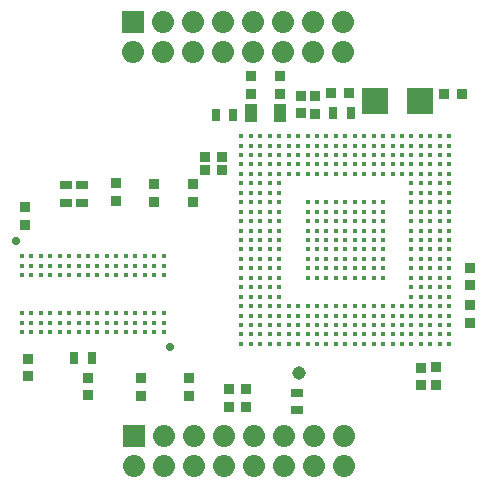
<source format=gbr>
G04 #@! TF.FileFunction,Soldermask,Top*
%FSLAX46Y46*%
G04 Gerber Fmt 4.6, Leading zero omitted, Abs format (unit mm)*
G04 Created by KiCad (PCBNEW 4.0.0-rc1-stable) date Sun 22 Nov 2015 09:54:25 PM ICT*
%MOMM*%
G01*
G04 APERTURE LIST*
%ADD10C,0.100000*%
%ADD11R,1.867200X1.867200*%
%ADD12O,1.867200X1.867200*%
%ADD13R,0.890000X0.940000*%
%ADD14R,1.040000X0.640000*%
%ADD15R,0.640000X1.040000*%
%ADD16R,2.240580X2.240580*%
%ADD17R,1.140000X1.640000*%
%ADD18R,0.940000X0.890000*%
%ADD19C,1.140000*%
%ADD20C,0.440000*%
%ADD21C,0.739440*%
%ADD22O,0.440000X0.440000*%
G04 APERTURE END LIST*
D10*
D11*
X95821500Y-157670000D03*
D12*
X95821500Y-160210000D03*
X98361500Y-157670000D03*
X98361500Y-160210000D03*
X100901500Y-157670000D03*
X100901500Y-160210000D03*
X103441500Y-157670000D03*
X103441500Y-160210000D03*
X105981500Y-157670000D03*
X105981500Y-160210000D03*
X108521500Y-157670000D03*
X108521500Y-160210000D03*
X111061500Y-157670000D03*
X111061500Y-160210000D03*
X113601500Y-157670000D03*
X113601500Y-160210000D03*
D13*
X96418400Y-152717000D03*
X96418400Y-154217000D03*
D14*
X90119200Y-136385000D03*
X90119200Y-137885000D03*
X91440000Y-137885000D03*
X91440000Y-136385000D03*
D15*
X90817000Y-151003000D03*
X92317000Y-151003000D03*
D11*
X95758000Y-122618000D03*
D12*
X95758000Y-125158000D03*
X98298000Y-122618000D03*
X98298000Y-125158000D03*
X100838000Y-122618000D03*
X100838000Y-125158000D03*
X103378000Y-122618000D03*
X103378000Y-125158000D03*
X105918000Y-122618000D03*
X105918000Y-125158000D03*
X108458000Y-122618000D03*
X108458000Y-125158000D03*
X110998000Y-122618000D03*
X110998000Y-125158000D03*
X113538000Y-122618000D03*
X113538000Y-125158000D03*
D16*
X116269000Y-129286000D03*
X120079000Y-129286000D03*
D17*
X108228000Y-130302000D03*
X105728000Y-130302000D03*
D13*
X105728000Y-128702000D03*
X105728000Y-127202000D03*
X108204000Y-128702000D03*
X108204000Y-127202000D03*
D14*
X109639000Y-153961000D03*
X109639000Y-155461000D03*
D15*
X112724000Y-130302000D03*
X114224000Y-130302000D03*
X102767000Y-130429000D03*
X104267000Y-130429000D03*
D13*
X100889000Y-137808000D03*
X100889000Y-136308000D03*
X94373700Y-137758000D03*
X94373700Y-136258000D03*
X86614000Y-139790000D03*
X86614000Y-138290000D03*
X86868000Y-151091000D03*
X86868000Y-152591000D03*
X100482000Y-152717000D03*
X100482000Y-154217000D03*
X91998800Y-152704000D03*
X91998800Y-154204000D03*
X124282000Y-143382000D03*
X124282000Y-144882000D03*
X120129000Y-151866000D03*
X120129000Y-153366000D03*
X121450000Y-151840000D03*
X121450000Y-153340000D03*
X124308000Y-146570000D03*
X124308000Y-148070000D03*
D18*
X122097000Y-128651000D03*
X123597000Y-128651000D03*
X114021000Y-128600000D03*
X112521000Y-128600000D03*
D13*
X111214000Y-130354000D03*
X111214000Y-128854000D03*
X109969000Y-130328000D03*
X109969000Y-128828000D03*
D18*
X103341000Y-133998000D03*
X101841000Y-133998000D03*
X103341000Y-135141000D03*
X101841000Y-135141000D03*
D13*
X97548700Y-137846000D03*
X97548700Y-136346000D03*
X105308400Y-153656600D03*
X105308400Y-155156600D03*
X103886000Y-153656600D03*
X103886000Y-155156600D03*
D19*
X109829600Y-152298400D03*
D20*
X98361500Y-142443480D03*
X98361500Y-143243580D03*
X98361500Y-144043680D03*
X98361500Y-147239000D03*
X98361500Y-148039100D03*
X98361500Y-148839200D03*
X97561400Y-142443480D03*
X97561400Y-143243580D03*
X97561400Y-144043680D03*
X97561400Y-147239000D03*
X97561400Y-148039100D03*
X97561400Y-148839200D03*
X96761300Y-142443480D03*
X96761300Y-143243580D03*
X96761300Y-144043680D03*
X96761300Y-147239000D03*
X96761300Y-148039100D03*
X96761300Y-148839200D03*
X95961200Y-142443480D03*
X95961200Y-143243580D03*
X95961200Y-144043680D03*
X95961200Y-147239000D03*
X95961200Y-148039100D03*
X95961200Y-148839200D03*
X95161100Y-142443480D03*
X95161100Y-143243580D03*
X95161100Y-144043680D03*
X95161100Y-147239000D03*
X95161100Y-148039100D03*
X95161100Y-148839200D03*
X94361000Y-142443480D03*
X94361000Y-143243580D03*
X94361000Y-144043680D03*
X94361000Y-147239000D03*
X94361000Y-148039100D03*
X94361000Y-148839200D03*
D21*
X85862160Y-141143000D03*
X98861880Y-150139680D03*
D20*
X93560900Y-142443480D03*
X93560900Y-143243580D03*
X93560900Y-144043680D03*
X93560900Y-147239000D03*
X93560900Y-148039100D03*
X93560900Y-148839200D03*
X92760800Y-142443480D03*
X92760800Y-143243580D03*
X92760800Y-144043680D03*
X92760800Y-147239000D03*
X92760800Y-148039100D03*
X92760800Y-148839200D03*
X91963240Y-142443480D03*
X91963240Y-143243580D03*
X91963240Y-144043680D03*
X91963240Y-147239000D03*
X91963240Y-148039100D03*
X91963240Y-148839200D03*
X91163140Y-142443480D03*
X91163140Y-143243580D03*
X91163140Y-144043680D03*
X91163140Y-147239000D03*
X91163140Y-148039100D03*
X91163140Y-148839200D03*
X90363040Y-142443480D03*
X90363040Y-143243580D03*
X90363040Y-144043680D03*
X90363040Y-147239000D03*
X90363040Y-148039100D03*
X90363040Y-148839200D03*
X89562940Y-142443480D03*
X89562940Y-143243580D03*
X89562940Y-144043680D03*
X89562940Y-147239000D03*
X89562940Y-148039100D03*
X89562940Y-148839200D03*
X88762840Y-142443480D03*
X88762840Y-143243580D03*
X88762840Y-144043680D03*
X88762840Y-147239000D03*
X88762840Y-148039100D03*
X88762840Y-148839200D03*
X87962740Y-142443480D03*
X87962740Y-143243580D03*
X87962740Y-144043680D03*
X87962740Y-147239000D03*
X87962740Y-148039100D03*
X87962740Y-148839200D03*
X87162640Y-142443480D03*
X87162640Y-143243580D03*
X87162640Y-144043680D03*
X87162640Y-147239000D03*
X87162640Y-148039100D03*
X87162640Y-148839200D03*
X86362540Y-142443480D03*
X86362540Y-143243580D03*
X86362540Y-144043680D03*
X86362540Y-147239000D03*
X86362540Y-148039100D03*
X86362540Y-148839200D03*
D22*
X104945440Y-132250440D03*
X105745540Y-132250440D03*
X106545640Y-132250440D03*
X107345740Y-132250440D03*
X108145840Y-132250440D03*
X108945940Y-132250440D03*
X109746040Y-132250440D03*
X110546140Y-132250440D03*
X111346240Y-132250440D03*
X112146340Y-132250440D03*
X112946440Y-132250440D03*
X113744000Y-132250440D03*
X114541560Y-132250440D03*
X115341660Y-132250440D03*
X116141760Y-132250440D03*
X116941860Y-132250440D03*
X117741960Y-132250440D03*
X118542060Y-132250440D03*
X119342160Y-132250440D03*
X120142260Y-132250440D03*
X120942360Y-132250440D03*
X121742460Y-132250440D03*
X122542560Y-132250440D03*
X104945440Y-133050540D03*
X105745540Y-133050540D03*
X106545640Y-133050540D03*
X107345740Y-133050540D03*
X108145840Y-133050540D03*
X108945940Y-133050540D03*
X109746040Y-133050540D03*
X110546140Y-133050540D03*
X111346240Y-133050540D03*
X112146340Y-133050540D03*
X112946440Y-133050540D03*
X113744000Y-133050540D03*
X114541560Y-133050540D03*
X115341660Y-133050540D03*
X116141760Y-133050540D03*
X116941860Y-133050540D03*
X117741960Y-133050540D03*
X118542060Y-133050540D03*
X119342160Y-133050540D03*
X120142260Y-133050540D03*
X120942360Y-133050540D03*
X121742460Y-133050540D03*
X122542560Y-133050540D03*
X104945440Y-133850640D03*
X105745540Y-133850640D03*
X106545640Y-133850640D03*
X107345740Y-133850640D03*
X108145840Y-133850640D03*
X108945940Y-133850640D03*
X109746040Y-133850640D03*
X110546140Y-133850640D03*
X111346240Y-133850640D03*
X112146340Y-133850640D03*
X112946440Y-133850640D03*
X113744000Y-133850640D03*
X114541560Y-133850640D03*
X115341660Y-133850640D03*
X116141760Y-133850640D03*
X116941860Y-133850640D03*
X117741960Y-133850640D03*
X118542060Y-133850640D03*
X119342160Y-133850640D03*
X120142260Y-133850640D03*
X120942360Y-133850640D03*
X121742460Y-133850640D03*
X122542560Y-133850640D03*
X104945440Y-134650740D03*
X105745540Y-134650740D03*
X106545640Y-134650740D03*
X107345740Y-134650740D03*
X108145840Y-134650740D03*
X108945940Y-134650740D03*
X109746040Y-134650740D03*
X110546140Y-134650740D03*
X111346240Y-134650740D03*
X112146340Y-134650740D03*
X112946440Y-134650740D03*
X113744000Y-134650740D03*
X114541560Y-134650740D03*
X115341660Y-134650740D03*
X116141760Y-134650740D03*
X116941860Y-134650740D03*
X117741960Y-134650740D03*
X118542060Y-134650740D03*
X119342160Y-134650740D03*
X120142260Y-134650740D03*
X120942360Y-134650740D03*
X121742460Y-134650740D03*
X122542560Y-134650740D03*
X104945440Y-135450840D03*
X105745540Y-135450840D03*
X106545640Y-135450840D03*
X107345740Y-135450840D03*
X108145840Y-135450840D03*
X108945940Y-135450840D03*
X109746040Y-135450840D03*
X110546140Y-135450840D03*
X111346240Y-135450840D03*
X112146340Y-135450840D03*
X112946440Y-135450840D03*
X113744000Y-135450840D03*
X114541560Y-135450840D03*
X115341660Y-135450840D03*
X116141760Y-135450840D03*
X116941860Y-135450840D03*
X117741960Y-135450840D03*
X118542060Y-135450840D03*
X119342160Y-135450840D03*
X120142260Y-135450840D03*
X120942360Y-135450840D03*
X121742460Y-135450840D03*
X122542560Y-135450840D03*
X104945440Y-146647160D03*
X105745540Y-146647160D03*
X106545640Y-146647160D03*
X107345740Y-146647160D03*
X108145840Y-146647160D03*
X108945940Y-146647160D03*
X109746040Y-146647160D03*
X110546140Y-146647160D03*
X111346240Y-146647160D03*
X112146340Y-146647160D03*
X112946440Y-146647160D03*
X113744000Y-146647160D03*
X114541560Y-146647160D03*
X115341660Y-146647160D03*
X116141760Y-146647160D03*
X116941860Y-146647160D03*
X117741960Y-146647160D03*
X118542060Y-146647160D03*
X119342160Y-146647160D03*
X120142260Y-146647160D03*
X120942360Y-146647160D03*
X121742460Y-146647160D03*
X122542560Y-146647160D03*
X104945440Y-147447260D03*
X105745540Y-147447260D03*
X106545640Y-147447260D03*
X107345740Y-147447260D03*
X108145840Y-147447260D03*
X108945940Y-147447260D03*
X109746040Y-147447260D03*
X110546140Y-147447260D03*
X111346240Y-147447260D03*
X112146340Y-147447260D03*
X112946440Y-147447260D03*
X113744000Y-147447260D03*
X114541560Y-147447260D03*
X115341660Y-147447260D03*
X116141760Y-147447260D03*
X116941860Y-147447260D03*
X117741960Y-147447260D03*
X118542060Y-147447260D03*
X119342160Y-147447260D03*
X120142260Y-147447260D03*
X120942360Y-147447260D03*
X121742460Y-147447260D03*
X122542560Y-147447260D03*
X104945440Y-148247360D03*
X105745540Y-148247360D03*
X106545640Y-148247360D03*
X107345740Y-148247360D03*
X108145840Y-148247360D03*
X108945940Y-148247360D03*
X109746040Y-148247360D03*
X110546140Y-148247360D03*
X111346240Y-148247360D03*
X112146340Y-148247360D03*
X112946440Y-148247360D03*
X113744000Y-148247360D03*
X114541560Y-148247360D03*
X115341660Y-148247360D03*
X116141760Y-148247360D03*
X116941860Y-148247360D03*
X117741960Y-148247360D03*
X118542060Y-148247360D03*
X119342160Y-148247360D03*
X120142260Y-148247360D03*
X120942360Y-148247360D03*
X121742460Y-148247360D03*
X122542560Y-148247360D03*
X104945440Y-149047460D03*
X105745540Y-149047460D03*
X106545640Y-149047460D03*
X107345740Y-149047460D03*
X108145840Y-149047460D03*
X108945940Y-149047460D03*
X109746040Y-149047460D03*
X110546140Y-149047460D03*
X111346240Y-149047460D03*
X112146340Y-149047460D03*
X112946440Y-149047460D03*
X113744000Y-149047460D03*
X114541560Y-149047460D03*
X115341660Y-149047460D03*
X116141760Y-149047460D03*
X116941860Y-149047460D03*
X117741960Y-149047460D03*
X118542060Y-149047460D03*
X119342160Y-149047460D03*
X120142260Y-149047460D03*
X120942360Y-149047460D03*
X121742460Y-149047460D03*
X122542560Y-149047460D03*
X104945440Y-149847560D03*
X105745540Y-149847560D03*
X106545640Y-149847560D03*
X107345740Y-149847560D03*
X108145840Y-149847560D03*
X108945940Y-149847560D03*
X109746040Y-149847560D03*
X110546140Y-149847560D03*
X111346240Y-149847560D03*
X112146340Y-149847560D03*
X112946440Y-149847560D03*
X113744000Y-149847560D03*
X114541560Y-149847560D03*
X115341660Y-149847560D03*
X116141760Y-149847560D03*
X116941860Y-149847560D03*
X117741960Y-149847560D03*
X118542060Y-149847560D03*
X119342160Y-149847560D03*
X120142260Y-149847560D03*
X120942360Y-149847560D03*
X121742460Y-149847560D03*
X122542560Y-149847560D03*
X104945440Y-136250940D03*
X105745540Y-136250940D03*
X106545640Y-136250940D03*
X107345740Y-136250940D03*
X108145840Y-136250940D03*
X119342160Y-136250940D03*
X120142260Y-136250940D03*
X120942360Y-136250940D03*
X121742460Y-136250940D03*
X122542560Y-136250940D03*
X104945440Y-137051040D03*
X105745540Y-137051040D03*
X106545640Y-137051040D03*
X107345740Y-137051040D03*
X108145840Y-137051040D03*
X119342160Y-137051040D03*
X120142260Y-137051040D03*
X120942360Y-137051040D03*
X121742460Y-137051040D03*
X122542560Y-137051040D03*
X104945440Y-137851140D03*
X105745540Y-137851140D03*
X106545640Y-137851140D03*
X107345740Y-137851140D03*
X108145840Y-137851140D03*
X119342160Y-137851140D03*
X120142260Y-137851140D03*
X120942360Y-137851140D03*
X121742460Y-137851140D03*
X122542560Y-137851140D03*
X104945440Y-138651240D03*
X105745540Y-138651240D03*
X106545640Y-138651240D03*
X107345740Y-138651240D03*
X108145840Y-138651240D03*
X119342160Y-138651240D03*
X120142260Y-138651240D03*
X120942360Y-138651240D03*
X121742460Y-138651240D03*
X122542560Y-138651240D03*
X104945440Y-139451340D03*
X105745540Y-139451340D03*
X106545640Y-139451340D03*
X107345740Y-139451340D03*
X108145840Y-139451340D03*
X119342160Y-139451340D03*
X120142260Y-139451340D03*
X120942360Y-139451340D03*
X121742460Y-139451340D03*
X122542560Y-139451340D03*
X104945440Y-140251440D03*
X105745540Y-140251440D03*
X106545640Y-140251440D03*
X107345740Y-140251440D03*
X108145840Y-140251440D03*
X119342160Y-140251440D03*
X120142260Y-140251440D03*
X120942360Y-140251440D03*
X121742460Y-140251440D03*
X122542560Y-140251440D03*
X104945440Y-141049000D03*
X105745540Y-141049000D03*
X106545640Y-141049000D03*
X107345740Y-141049000D03*
X108145840Y-141049000D03*
X119342160Y-141049000D03*
X120142260Y-141049000D03*
X120942360Y-141049000D03*
X121742460Y-141049000D03*
X122542560Y-141049000D03*
X104945440Y-141846560D03*
X105745540Y-141846560D03*
X106545640Y-141846560D03*
X107345740Y-141846560D03*
X108145840Y-141846560D03*
X119342160Y-141846560D03*
X120142260Y-141846560D03*
X120942360Y-141846560D03*
X121742460Y-141846560D03*
X122542560Y-141846560D03*
X104945440Y-142646660D03*
X105745540Y-142646660D03*
X106545640Y-142646660D03*
X107345740Y-142646660D03*
X108145840Y-142646660D03*
X119342160Y-142646660D03*
X120142260Y-142646660D03*
X120942360Y-142646660D03*
X121742460Y-142646660D03*
X122542560Y-142646660D03*
X104945440Y-143446760D03*
X105745540Y-143446760D03*
X106545640Y-143446760D03*
X107345740Y-143446760D03*
X108145840Y-143446760D03*
X119342160Y-143446760D03*
X120142260Y-143446760D03*
X120942360Y-143446760D03*
X121742460Y-143446760D03*
X122542560Y-143446760D03*
X104945440Y-144246860D03*
X105745540Y-144246860D03*
X106545640Y-144246860D03*
X107345740Y-144246860D03*
X108145840Y-144246860D03*
X119342160Y-144246860D03*
X120142260Y-144246860D03*
X120942360Y-144246860D03*
X121742460Y-144246860D03*
X122542560Y-144246860D03*
X104945440Y-145046960D03*
X105745540Y-145046960D03*
X106545640Y-145046960D03*
X107345740Y-145046960D03*
X108145840Y-145046960D03*
X119342160Y-145046960D03*
X120142260Y-145046960D03*
X120942360Y-145046960D03*
X121742460Y-145046960D03*
X122542560Y-145046960D03*
X104945440Y-145847060D03*
X105745540Y-145847060D03*
X106545640Y-145847060D03*
X107345740Y-145847060D03*
X108145840Y-145847060D03*
X119342160Y-145847060D03*
X120142260Y-145847060D03*
X120942360Y-145847060D03*
X121742460Y-145847060D03*
X122542560Y-145847060D03*
X110546140Y-137851140D03*
X111346240Y-137851140D03*
X112146340Y-137851140D03*
X112946440Y-137851140D03*
X113744000Y-137851140D03*
X114541560Y-137851140D03*
X115341660Y-137851140D03*
X116141760Y-137851140D03*
X116941860Y-137851140D03*
X110546140Y-138651240D03*
X111346240Y-138651240D03*
X112146340Y-138651240D03*
X112946440Y-138651240D03*
X113744000Y-138651240D03*
X114541560Y-138651240D03*
X115341660Y-138651240D03*
X116141760Y-138651240D03*
X116941860Y-138651240D03*
X110546140Y-139451340D03*
X111346240Y-139451340D03*
X112146340Y-139451340D03*
X112946440Y-139451340D03*
X113744000Y-139451340D03*
X114541560Y-139451340D03*
X115341660Y-139451340D03*
X116141760Y-139451340D03*
X116941860Y-139451340D03*
X110546140Y-140251440D03*
X111346240Y-140251440D03*
X112146340Y-140251440D03*
X112946440Y-140251440D03*
X113744000Y-140251440D03*
X114541560Y-140251440D03*
X115341660Y-140251440D03*
X116141760Y-140251440D03*
X116941860Y-140251440D03*
X110546140Y-141049000D03*
X111346240Y-141049000D03*
X112146340Y-141049000D03*
X112946440Y-141049000D03*
X113744000Y-141049000D03*
X114541560Y-141049000D03*
X115341660Y-141049000D03*
X116141760Y-141049000D03*
X116941860Y-141049000D03*
X110546140Y-141846560D03*
X111346240Y-141846560D03*
X112146340Y-141846560D03*
X112946440Y-141846560D03*
X113744000Y-141846560D03*
X114541560Y-141846560D03*
X115341660Y-141846560D03*
X116141760Y-141846560D03*
X116941860Y-141846560D03*
X110546140Y-142646660D03*
X111346240Y-142646660D03*
X112146340Y-142646660D03*
X112946440Y-142646660D03*
X113744000Y-142646660D03*
X114541560Y-142646660D03*
X115341660Y-142646660D03*
X116141760Y-142646660D03*
X116941860Y-142646660D03*
X110546140Y-143446760D03*
X111346240Y-143446760D03*
X112146340Y-143446760D03*
X112946440Y-143446760D03*
X113744000Y-143446760D03*
X114541560Y-143446760D03*
X115341660Y-143446760D03*
X116141760Y-143446760D03*
X116941860Y-143446760D03*
X110546140Y-144246860D03*
X111346240Y-144246860D03*
X112146340Y-144246860D03*
X112946440Y-144246860D03*
X113744000Y-144246860D03*
X114541560Y-144246860D03*
X115341660Y-144246860D03*
X116141760Y-144246860D03*
X116941860Y-144246860D03*
M02*

</source>
